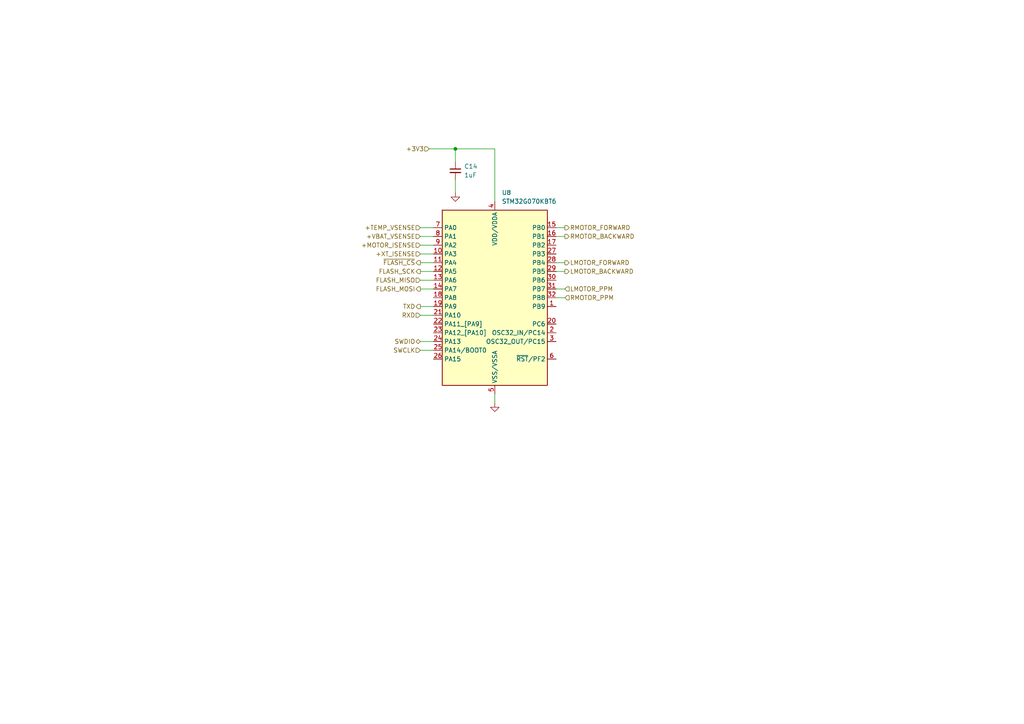
<source format=kicad_sch>
(kicad_sch (version 20211123) (generator eeschema)
  (paper "A4")
  (lib_symbols
    (symbol "Device:C_Small" (pin_numbers hide) (pin_names (offset 0.254) hide)
      (property "Reference" "C" (at 0.254 1.778 0))
      (property "Value" "C_Small" (at 0.254 -2.032 0))
      (symbol "C_Small_0_1"
        (polyline (pts (xy -1.524 -0.508) (xy 1.524 -0.508)) (stroke (width 0.3302)))
        (polyline (pts (xy -1.524 0.508) (xy 1.524 0.508)) (stroke (width 0.3048)))
      )
      (symbol "C_Small_1_1"
        (pin passive line (at 0 2.54 270) (length 2.032) (name "~") (number "1"))
        (pin passive line (at 0 -2.54 90) (length 2.032) (name "~") (number "2"))
      )
    )
    (symbol "MCU_ST_STM32G0:STM32G071KxT"
      (property "Reference" "U" (at -15.24 26.67 0))
      (property "Value" "STM32G071KxT" (at 1.27 26.67 0))
      (symbol "STM32G071KxT_0_1"
        (rectangle (start -15.24 -25.4) (end 15.24 25.4) (stroke (width 0.254)) (fill (type background)))
      )
      (symbol "STM32G071KxT_1_1"
        (pin bidirectional line (at 17.78 -2.54 180) (length 2.54) (name "PB9") (number "1"))
        (pin bidirectional line (at -17.78 12.7 0) (length 2.54) (name "PA3") (number "10"))
        (pin bidirectional line (at -17.78 10.16 0) (length 2.54) (name "PA4") (number "11"))
        (pin bidirectional line (at -17.78 7.62 0) (length 2.54) (name "PA5") (number "12"))
        (pin bidirectional line (at -17.78 5.08 0) (length 2.54) (name "PA6") (number "13"))
        (pin bidirectional line (at -17.78 2.54 0) (length 2.54) (name "PA7") (number "14"))
        (pin bidirectional line (at 17.78 20.32 180) (length 2.54) (name "PB0") (number "15"))
        (pin bidirectional line (at 17.78 17.78 180) (length 2.54) (name "PB1") (number "16"))
        (pin bidirectional line (at 17.78 15.24 180) (length 2.54) (name "PB2") (number "17"))
        (pin bidirectional line (at -17.78 0 0) (length 2.54) (name "PA8") (number "18"))
        (pin bidirectional line (at -17.78 -2.54 0) (length 2.54) (name "PA9") (number "19"))
        (pin bidirectional line (at 17.78 -10.16 180) (length 2.54) (name "OSC32_IN/PC14") (number "2"))
        (pin bidirectional line (at 17.78 -7.62 180) (length 2.54) (name "PC6") (number "20"))
        (pin bidirectional line (at -17.78 -5.08 0) (length 2.54) (name "PA10") (number "21"))
        (pin bidirectional line (at -17.78 -7.62 0) (length 2.54) (name "PA11_[PA9]") (number "22"))
        (pin bidirectional line (at -17.78 -10.16 0) (length 2.54) (name "PA12_[PA10]") (number "23"))
        (pin bidirectional line (at -17.78 -12.7 0) (length 2.54) (name "PA13") (number "24"))
        (pin bidirectional line (at -17.78 -15.24 0) (length 2.54) (name "PA14/BOOT0") (number "25"))
        (pin bidirectional line (at -17.78 -17.78 0) (length 2.54) (name "PA15") (number "26"))
        (pin bidirectional line (at 17.78 12.7 180) (length 2.54) (name "PB3") (number "27"))
        (pin bidirectional line (at 17.78 10.16 180) (length 2.54) (name "PB4") (number "28"))
        (pin bidirectional line (at 17.78 7.62 180) (length 2.54) (name "PB5") (number "29"))
        (pin bidirectional line (at 17.78 -12.7 180) (length 2.54) (name "OSC32_OUT/PC15") (number "3"))
        (pin bidirectional line (at 17.78 5.08 180) (length 2.54) (name "PB6") (number "30"))
        (pin bidirectional line (at 17.78 2.54 180) (length 2.54) (name "PB7") (number "31"))
        (pin bidirectional line (at 17.78 0 180) (length 2.54) (name "PB8") (number "32"))
        (pin power_in line (at 0 27.94 270) (length 2.54) (name "VDD/VDDA") (number "4"))
        (pin power_in line (at 0 -27.94 90) (length 2.54) (name "VSS/VSSA") (number "5"))
        (pin bidirectional line (at 17.78 -17.78 180) (length 2.54) (name "~{RST}/PF2") (number "6"))
        (pin bidirectional line (at -17.78 20.32 0) (length 2.54) (name "PA0") (number "7"))
        (pin bidirectional line (at -17.78 17.78 0) (length 2.54) (name "PA1") (number "8"))
        (pin bidirectional line (at -17.78 15.24 0) (length 2.54) (name "PA2") (number "9"))
      )
    )
    (symbol "power:GND" (power) (pin_names (offset 0))
      (property "Value" "GND" (at 0 -3.81 0))
      (symbol "GND_0_1"
        (polyline (pts (xy 0 0) (xy 0 -1.27) (xy 1.27 -1.27) (xy 0 -2.54) (xy -1.27 -1.27) (xy 0 -1.27)))
      )
      (symbol "GND_1_1"
        (pin power_in line (at 0 0 270) (length 0) hide (name "GND") (number "1"))
      )
    )
  )
  (junction (at 132.08 43.18))
  (wire (pts (xy 143.51 58.42) (xy 143.51 43.18)))
  (wire (pts (xy 132.08 43.18) (xy 132.08 46.99)))
  (wire (pts (xy 121.92 91.44) (xy 125.73 91.44)))
  (wire (pts (xy 121.92 81.28) (xy 125.73 81.28)))
  (wire (pts (xy 124.46 43.18) (xy 132.08 43.18)))
  (wire (pts (xy 161.29 86.36) (xy 163.83 86.36)))
  (wire (pts (xy 121.92 99.06) (xy 125.73 99.06)))
  (wire (pts (xy 121.92 88.9) (xy 125.73 88.9)))
  (wire (pts (xy 161.29 66.04) (xy 163.83 66.04)))
  (wire (pts (xy 121.92 71.12) (xy 125.73 71.12)))
  (wire (pts (xy 143.51 114.3) (xy 143.51 116.84)))
  (wire (pts (xy 121.92 76.2) (xy 125.73 76.2)))
  (wire (pts (xy 121.92 68.58) (xy 125.73 68.58)))
  (wire (pts (xy 143.51 43.18) (xy 132.08 43.18)))
  (wire (pts (xy 121.92 78.74) (xy 125.73 78.74)))
  (wire (pts (xy 121.92 66.04) (xy 125.73 66.04)))
  (wire (pts (xy 121.92 83.82) (xy 125.73 83.82)))
  (wire (pts (xy 161.29 68.58) (xy 163.83 68.58)))
  (wire (pts (xy 121.92 73.66) (xy 125.73 73.66)))
  (wire (pts (xy 121.92 101.6) (xy 125.73 101.6)))
  (wire (pts (xy 161.29 76.2) (xy 163.83 76.2)))
  (wire (pts (xy 132.08 52.07) (xy 132.08 55.88)))
  (wire (pts (xy 161.29 83.82) (xy 163.83 83.82)))
  (wire (pts (xy 161.29 78.74) (xy 163.83 78.74)))
  (hierarchical_label "RMOTOR_PPM" (shape input) (at 163.83 86.36 0))
  (hierarchical_label "+VBAT_VSENSE" (shape input) (at 121.92 68.58 180))
  (hierarchical_label "LMOTOR_PPM" (shape input) (at 163.83 83.82 0))
  (hierarchical_label "RMOTOR_BACKWARD" (shape output) (at 163.83 68.58 0))
  (hierarchical_label "+3V3" (shape input) (at 124.46 43.18 180))
  (hierarchical_label "SWDIO" (shape bidirectional) (at 121.92 99.06 180))
  (hierarchical_label "+XT_ISENSE" (shape input) (at 121.92 73.66 180))
  (hierarchical_label "LMOTOR_FORWARD" (shape output) (at 163.83 76.2 0))
  (hierarchical_label "FLASH_SCK" (shape output) (at 121.92 78.74 180))
  (hierarchical_label "RXD" (shape input) (at 121.92 91.44 180))
  (hierarchical_label "FLASH_MISO" (shape input) (at 121.92 81.28 180))
  (hierarchical_label "~{FLASH_CS}" (shape output) (at 121.92 76.2 180))
  (hierarchical_label "+TEMP_VSENSE" (shape input) (at 121.92 66.04 180))
  (hierarchical_label "+MOTOR_ISENSE" (shape input) (at 121.92 71.12 180))
  (hierarchical_label "LMOTOR_BACKWARD" (shape output) (at 163.83 78.74 0))
  (hierarchical_label "RMOTOR_FORWARD" (shape output) (at 163.83 66.04 0))
  (hierarchical_label "SWCLK" (shape input) (at 121.92 101.6 180))
  (hierarchical_label "FLASH_MOSI" (shape output) (at 121.92 83.82 180))
  (hierarchical_label "TXD" (shape output) (at 121.92 88.9 180))
  (symbol (lib_id "Device:C_Small") (at 132.08 49.53 0) (unit 1)
    (property "Reference" "C14" (at 134.62 48.2662 0) (effects (justify left)))
    (property "Value" "1uF" (at 134.62 50.8062 0) (effects (justify left)))
    (property "Footprint" "Capacitor_SMD:C_0603_1608Metric" (effects hide))
    (property "MPN" "CC0603KRX5R8BB105" (effects hide))
  )
  (symbol (lib_id "power:GND") (at 143.51 116.84 0) (unit 1)
    (property "Reference" "#PWR027" (effects hide))
    (property "Value" "GND" (effects hide))
  )
  (symbol (lib_id "MCU_ST_STM32G0:STM32G071KxT") (at 143.51 86.36 0) (unit 1)
    (property "Reference" "U8" (at 145.5294 55.88 0) (effects (justify left)))
    (property "Value" "STM32G070KBT6" (at 145.5294 58.42 0) (effects (justify left)))
    (property "Footprint" "Package_QFP:LQFP-32_7x7mm_P0.8mm" (effects hide))
    (property "Datasheet" "https://www.st.com/resource/en/datasheet/stm32g071kb.pdf" (effects hide))
    (property "MPN" "STM32G070KBT6" (effects hide))
  )
  (symbol (lib_id "power:GND") (at 132.08 55.88 0) (unit 1)
    (property "Reference" "#PWR026" (effects hide))
    (property "Value" "GND" (effects hide))
  )
)
</source>
